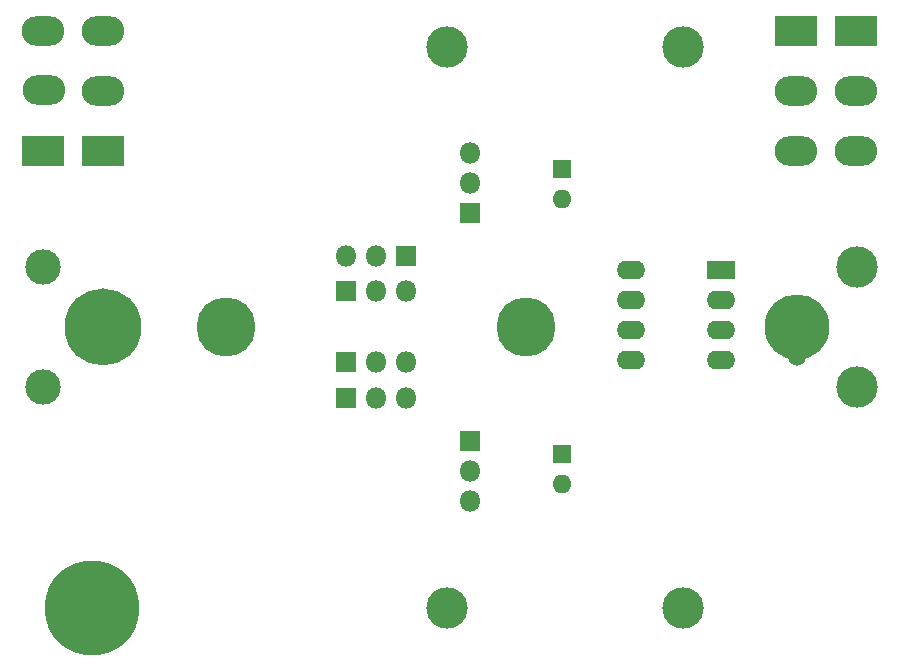
<source format=gbs>
G04 #@! TF.FileFunction,Soldermask,Bot*
%FSLAX46Y46*%
G04 Gerber Fmt 4.6, Leading zero omitted, Abs format (unit mm)*
G04 Created by KiCad (PCBNEW 4.0.2-stable) date 29/12/2017 06:51:54*
%MOMM*%
G01*
G04 APERTURE LIST*
%ADD10C,0.100000*%
%ADD11C,5.000000*%
%ADD12C,6.500000*%
%ADD13C,1.500000*%
%ADD14C,3.000000*%
%ADD15R,2.400000X1.600000*%
%ADD16O,2.400000X1.600000*%
%ADD17C,5.500000*%
%ADD18C,3.500000*%
%ADD19O,3.600000X2.500000*%
%ADD20R,3.600000X2.500000*%
%ADD21R,1.800000X1.800000*%
%ADD22O,1.800000X1.800000*%
%ADD23C,8.000000*%
%ADD24R,1.600000X1.600000*%
%ADD25O,1.600000X1.600000*%
G04 APERTURE END LIST*
D10*
D11*
X126502000Y-92316000D03*
X151902000Y-92316000D03*
D12*
X116082000Y-92316000D03*
D13*
X116082000Y-89776000D03*
D14*
X111002000Y-87236000D03*
X111002000Y-97396000D03*
D15*
X168465500Y-87503000D03*
D16*
X160845500Y-95123000D03*
X168465500Y-90043000D03*
X160845500Y-92583000D03*
X168465500Y-92583000D03*
X160845500Y-90043000D03*
X168465500Y-95123000D03*
X160845500Y-87503000D03*
D17*
X174822000Y-92329000D03*
D13*
X174822000Y-94869000D03*
D18*
X179902000Y-97409000D03*
X179902000Y-87249000D03*
D19*
X179895500Y-77406500D03*
X179895500Y-72326500D03*
D20*
X179895500Y-67246500D03*
X174815500Y-67246500D03*
D19*
X174815500Y-72326500D03*
X174815500Y-77406500D03*
X110998000Y-67246000D03*
X111098000Y-72290000D03*
D20*
X110998000Y-77406000D03*
X116078000Y-77406000D03*
D19*
X116078000Y-72326000D03*
X116078000Y-67246000D03*
D21*
X136662000Y-89316000D03*
D22*
X139202000Y-89316000D03*
X141742000Y-89316000D03*
D21*
X136662000Y-95316000D03*
D22*
X139202000Y-95316000D03*
X141742000Y-95316000D03*
D23*
X115202000Y-116116000D03*
D18*
X165202000Y-68616000D03*
X145202000Y-68616000D03*
X165202000Y-116116000D03*
X145202000Y-116116000D03*
D21*
X141757400Y-86316000D03*
D22*
X139217400Y-86316000D03*
X136677400Y-86316000D03*
D21*
X136662000Y-98316000D03*
D22*
X139202000Y-98316000D03*
X141742000Y-98316000D03*
D21*
X147202000Y-82677000D03*
D22*
X147202000Y-80137000D03*
X147202000Y-77597000D03*
D21*
X147193000Y-101981000D03*
D22*
X147193000Y-104521000D03*
X147193000Y-107061000D03*
D24*
X154940000Y-78994000D03*
D25*
X154940000Y-81534000D03*
D24*
X154940000Y-103124000D03*
D25*
X154940000Y-105664000D03*
M02*

</source>
